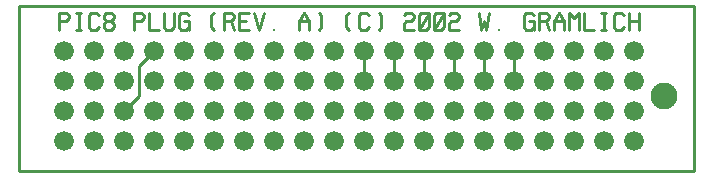
<source format=gtl>
%MOIN*%
%FSLAX25Y25*%
G04 D10 used for Character Trace; *
G04     Circle (OD=.01000) (No hole)*
G04 D11 used for Power Trace; *
G04     Circle (OD=.06700) (No hole)*
G04 D12 used for Signal Trace; *
G04     Circle (OD=.01100) (No hole)*
G04 D13 used for Via; *
G04     Circle (OD=.05800) (Round. Hole ID=.02800)*
G04 D14 used for Component hole; *
G04     Circle (OD=.06500) (Round. Hole ID=.03500)*
G04 D15 used for Component hole; *
G04     Circle (OD=.06600) (Round. Hole ID=.04200)*
G04 D16 used for Component hole; *
G04     Circle (OD=.08200) (Round. Hole ID=.05200)*
G04 D17 used for Component hole; *
G04     Circle (OD=.08950) (Round. Hole ID=.05950)*
G04 D18 used for Component hole; *
G04     Circle (OD=.11600) (Round. Hole ID=.08600)*
G04 D19 used for Component hole; *
G04     Circle (OD=.15500) (Round. Hole ID=.12500)*
G04 D20 used for Component hole; *
G04     Circle (OD=.18200) (Round. Hole ID=.15200)*
G04 D21 used for Component hole; *
G04     Circle (OD=.24300) (Round. Hole ID=.21300)*
%ADD10C,.01000*%
%ADD11C,.06700*%
%ADD12C,.01100*%
%ADD13C,.05800*%
%ADD14C,.06500*%
%ADD15C,.06600*%
%ADD16C,.08200*%
%ADD17C,.08950*%
%ADD18C,.11600*%
%ADD19C,.15500*%
%ADD20C,.18200*%
%ADD21C,.24300*%
%IPPOS*%
%LPD*%
G90*X0Y0D02*D15*X15000Y10000D03*Y20000D03*        
X25000Y10000D03*Y20000D03*Y30000D03*X15000D03*    
X35000Y10000D03*Y20000D03*D12*X40000Y25000D01*    
Y35000D01*X45000Y40000D01*D15*D03*X55000Y30000D03*
X35000D03*X55000Y40000D03*X35000D03*              
X45000Y30000D03*X65000Y20000D03*Y30000D03*        
Y40000D03*X25000D03*X45000Y20000D03*X55000D03*    
X75000Y10000D03*Y20000D03*Y30000D03*D10*          
X13326Y47129D02*Y52871D01*X15837D01*              
X16674Y51914D01*Y50957D01*X15837Y50000D01*        
X13326D01*X20000Y47129D02*Y52871D01*              
X19163Y47129D02*X20837D01*X19163Y52871D02*        
X20837D01*X26674Y48086D02*X25837Y47129D01*        
X24163D01*X23326Y48086D01*Y51914D01*              
X24163Y52871D01*X25837D01*X26674Y51914D01*        
X29163Y50000D02*X28326Y50957D01*Y51914D01*        
X29163Y52871D01*X30837D01*X31674Y51914D01*        
Y50957D01*X30837Y50000D01*X29163D01*              
X28326Y49043D01*Y48086D01*X29163Y47129D01*        
X30837D01*X31674Y48086D01*Y49043D01*              
X30837Y50000D01*X38326Y47129D02*Y52871D01*        
X40837D01*X41674Y51914D01*Y50957D01*              
X40837Y50000D01*X38326D01*X43326Y52871D02*        
Y47129D01*X46674D01*X51674Y52871D02*Y48086D01*    
X50837Y47129D01*X49163D01*X48326Y48086D01*        
Y52871D01*X56674Y48086D02*X55837Y47129D01*        
X54163D01*X53326Y48086D01*Y51914D01*              
X54163Y52871D01*X55837D01*X56674Y51914D01*        
X55000Y50000D02*X56674D01*Y47129D01*              
X65000Y52871D02*X64163Y51914D01*Y48086D01*        
X65000Y47129D01*X68326D02*Y52871D01*X70837D01*    
X71674Y51914D01*Y50957D01*X70837Y50000D01*        
X68326D01*X70837D02*X71674Y47129D01*X76674D02*    
X73326D01*Y52871D01*X76674D01*X73326Y50000D02*    
X75837D01*X78326Y52871D02*X80000Y47129D01*        
X81674Y52871D01*X85000Y47129D03*X93326D02*        
Y50000D01*X95000Y52871D01*X96674Y50000D01*        
Y47129D01*X93326Y50000D02*X96674D01*              
X100000Y52871D02*X100837Y51914D01*Y48086D01*      
X100000Y47129D01*X110000Y52871D02*                
X109163Y51914D01*Y48086D01*X110000Y47129D01*      
X116674Y48086D02*X115837Y47129D01*X114163D01*     
X113326Y48086D01*Y51914D01*X114163Y52871D01*      
X115837D01*X116674Y51914D01*X120000Y52871D02*     
X120837Y51914D01*Y48086D01*X120000Y47129D01*      
X128326Y51914D02*X129163Y52871D01*X130837D01*     
X131674Y51914D01*Y50957D01*X130837Y50000D01*      
X129163D01*X128326Y49043D01*Y47129D01*X131674D01* 
X136674Y48086D02*X135837Y47129D01*X134163D01*     
X133326Y48086D01*Y51914D01*X134163Y52871D01*      
X135837D01*X136674Y51914D01*Y48086D01*            
X133326Y47129D02*X136674Y52871D01*                
X141674Y48086D02*X140837Y47129D01*X139163D01*     
X138326Y48086D01*Y51914D01*X139163Y52871D01*      
X140837D01*X141674Y51914D01*Y48086D01*            
X138326Y47129D02*X141674Y52871D01*                
X143326Y51914D02*X144163Y52871D01*X145837D01*     
X146674Y51914D01*Y50957D01*X145837Y50000D01*      
X144163D01*X143326Y49043D01*Y47129D01*X146674D01* 
X153326Y52871D02*X154163Y47129D01*                
X155000Y50000D01*X155837Y47129D01*                
X156674Y52871D01*X160000Y47129D03*                
X171674Y48086D02*X170837Y47129D01*X169163D01*     
X168326Y48086D01*Y51914D01*X169163Y52871D01*      
X170837D01*X171674Y51914D01*X170000Y50000D02*     
X171674D01*Y47129D01*X173326D02*Y52871D01*        
X175837D01*X176674Y51914D01*Y50957D01*            
X175837Y50000D01*X173326D01*X175837D02*           
X176674Y47129D01*X178326D02*Y50000D01*            
X180000Y52871D01*X181674Y50000D01*Y47129D01*      
X178326Y50000D02*X181674D01*X183326Y47129D02*     
Y52871D01*X185000Y50957D01*X186674Y52871D01*      
Y47129D01*X188326Y52871D02*Y47129D01*X191674D01*  
X195000D02*Y52871D01*X194163Y47129D02*X195837D01* 
X194163Y52871D02*X195837D01*X201674Y48086D02*     
X200837Y47129D01*X199163D01*X198326Y48086D01*     
Y51914D01*X199163Y52871D01*X200837D01*            
X201674Y51914D01*X203326Y47129D02*Y52871D01*      
X206674Y47129D02*Y52871D01*X203326Y50000D02*      
X206674D01*D15*X75000Y40000D03*X15000D03*         
X45000Y10000D03*X55000D03*X65000D03*X85000D03*    
Y20000D03*Y30000D03*Y40000D03*D12*X0Y0D02*        
Y55000D01*Y0D02*X225000D01*Y55000D01*X0D01*D15*   
X95000Y10000D03*Y20000D03*Y30000D03*Y40000D03*    
X105000Y10000D03*Y20000D03*Y30000D03*Y40000D03*   
X115000Y10000D03*Y20000D03*Y30000D03*D12*         
Y40000D01*D15*D03*X125000Y30000D03*D12*Y40000D01* 
D15*D03*X135000Y30000D03*D12*Y40000D01*D15*D03*   
X145000Y30000D03*D12*Y40000D01*D15*D03*           
X155000Y30000D03*D12*Y40000D01*D15*D03*           
X165000Y30000D03*D12*Y40000D01*D15*D03*           
X175000Y30000D03*Y40000D03*X185000Y20000D03*      
X145000D03*X185000Y30000D03*X155000Y20000D03*     
X185000Y40000D03*X165000Y20000D03*X175000D03*     
X195000Y10000D03*X135000D03*X195000Y20000D03*     
X145000Y10000D03*X195000Y30000D03*                
X155000Y10000D03*X195000Y40000D03*                
X165000Y10000D03*X175000D03*X135000Y20000D03*     
X185000Y10000D03*X205000D03*Y20000D03*Y30000D03*  
Y40000D03*X125000Y20000D03*Y10000D03*D17*         
X215000Y25000D03*M02*                             

</source>
